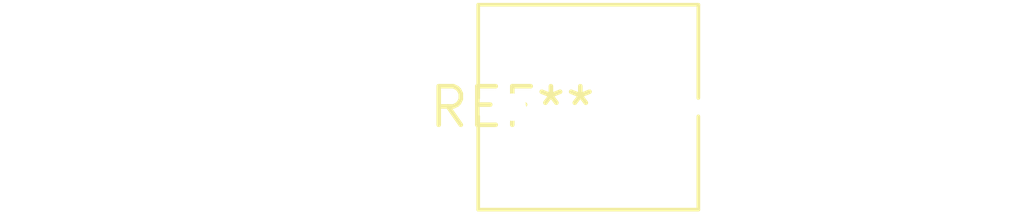
<source format=kicad_pcb>
(kicad_pcb (version 20240108) (generator pcbnew)
  (layers (0 "F.Cu" signal) (31 "B.Cu" signal) (34 "B.Paste" user) (35 "F.Paste" user) (36 "B.SilkS" user "B.Silkscreen") (37 "F.SilkS" user "F.Silkscreen") (38 "B.Mask" user) (39 "F.Mask" user) (44 "Edge.Cuts" user))
  (net 0 "")
  (footprint "C_Rect_L7.0mm_W6.5mm_P5.00mm" (layer "F.Cu") (at 0 0)
    (property "Reference" "REF**")
    (property "Value" "C_Rect_L7.0mm_W6.5mm_P5.00mm")
    (fp_line (start -1.12 -3.37) (end -1.12 -0.301) (layer "F.SilkS") (stroke (width 0.12)))
    (fp_line (start -1.12 -3.37) (end 6.12 -3.37) (layer "F.SilkS") (stroke (width 0.12)))
    (fp_line (start -1.12 0.301) (end -1.12 3.37) (layer "F.SilkS") (stroke (width 0.12)))
    (fp_line (start -1.12 3.37) (end 6.12 3.37) (layer "F.SilkS") (stroke (width 0.12)))
    (fp_line (start 6.12 -3.37) (end 6.12 -0.301) (layer "F.SilkS") (stroke (width 0.12)))
    (fp_line (start 6.12 0.301) (end 6.12 3.37) (layer "F.SilkS") (stroke (width 0.12)))
    (pad "1" thru_hole circle (at 0 0) (size 1.8 1.8) (drill 0.9) (layers *.Cu *.Mask) (remove_unused_layers))
    (pad "2" thru_hole circle (at 5 0) (size 1.8 1.8) (drill 0.9) (layers *.Cu *.Mask) (remove_unused_layers))
  )
)
</source>
